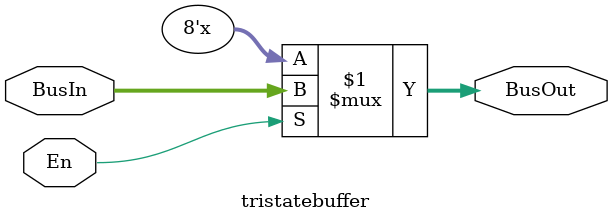
<source format=v>
module tristatebuffer (En, BusIn, BusOut);
	input En;
	input [7:0] BusIn;
	output [7:0] BusOut;
	assign BusOut = En ? BusIn : 8'bZ;
endmodule
</source>
